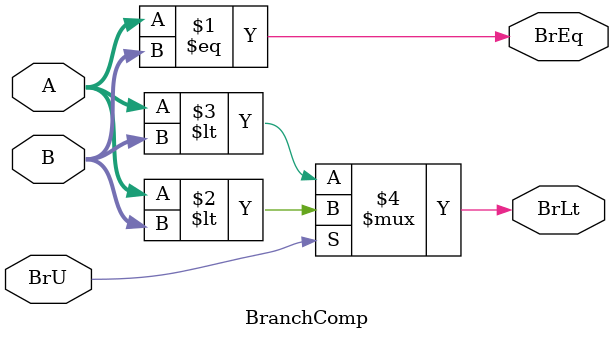
<source format=v>
module BranchComp (
    input  wire [31:0] A,
    input  wire [31:0] B,
    input  wire        BrU,   // 0: signed, 1: unsigned
    output wire        BrEq,
    output wire        BrLt
);
    assign BrEq = (A == B);

    // BrU=1 ¡æ unsigned ºñ±³, BrU=0 ¡æ signed ºñ±³
    assign BrLt = BrU ? (A < B) : ($signed(A) < $signed(B));
endmodule
</source>
